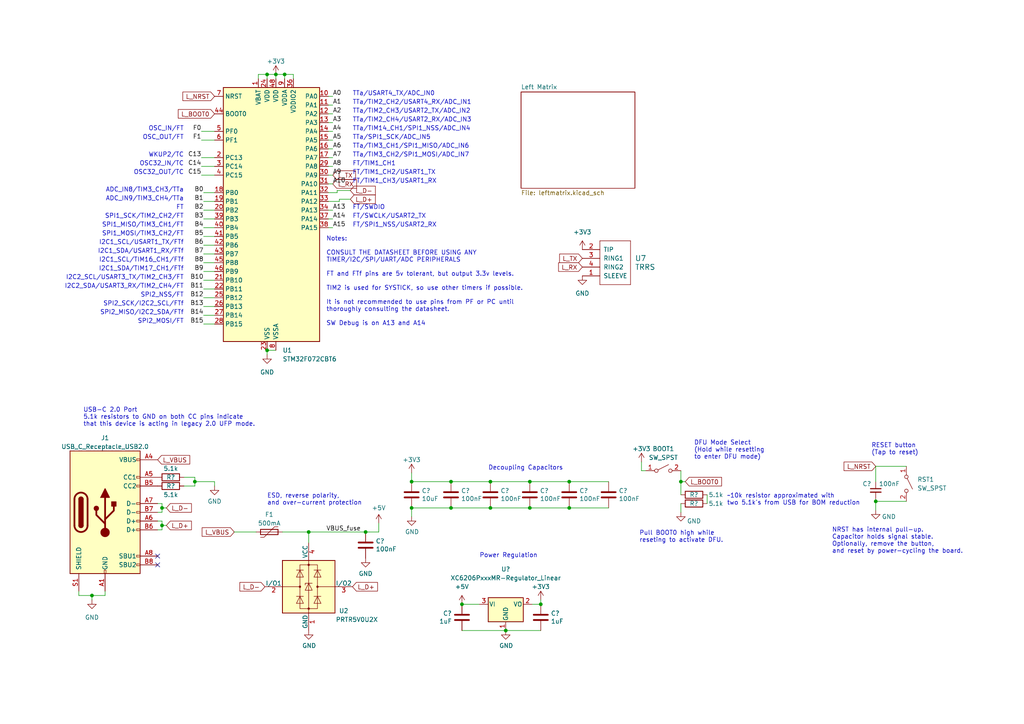
<source format=kicad_sch>
(kicad_sch (version 20230121) (generator eeschema)
  (paper "A4")
  (lib_symbols
    (symbol "+5V_1" (power) (pin_names (offset 0))
      (property "Value" "+5V_1" (at 0 3.556 0))
      (symbol "+5V_1_0_1"
        (polyline (pts (xy -0.762 1.27) (xy 0 2.54)))
        (polyline (pts (xy 0 0) (xy 0 2.54)))
        (polyline (pts (xy 0 2.54) (xy 0.762 1.27)))
      )
      (symbol "+5V_1_1_1"
        (pin power_in line (at 0 0 90) (length 0) hide (name "+5V") (number "1"))
      )
    )
    (symbol "Connector:USB_C_Receptacle_USB2.0" (pin_names (offset 1.016))
      (property "Reference" "J" (at -10.16 19.05 0))
      (property "Value" "USB_C_Receptacle_USB2.0" (at 19.05 19.05 0))
      (symbol "USB_C_Receptacle_USB2.0_0_0"
        (rectangle (start -0.254 -17.78) (end 0.254 -16.764))
        (rectangle (start 10.16 -14.986) (end 9.144 -15.494))
        (rectangle (start 10.16 -12.446) (end 9.144 -12.954))
        (rectangle (start 10.16 -4.826) (end 9.144 -5.334))
        (rectangle (start 10.16 -2.286) (end 9.144 -2.794))
        (rectangle (start 10.16 0.254) (end 9.144 -0.254))
        (rectangle (start 10.16 2.794) (end 9.144 2.286))
        (rectangle (start 10.16 7.874) (end 9.144 7.366))
        (rectangle (start 10.16 10.414) (end 9.144 9.906))
        (rectangle (start 10.16 15.494) (end 9.144 14.986))
      )
      (symbol "USB_C_Receptacle_USB2.0_0_1"
        (rectangle (start -10.16 17.78) (end 10.16 -17.78) (stroke (width 0.254)) (fill (type background)))
        (arc (start -8.89 -3.81) (mid -6.985 -5.7067) (end -5.08 -3.81) (stroke (width 0.508)))
        (arc (start -7.62 -3.81) (mid -6.985 -4.4423) (end -6.35 -3.81) (stroke (width 0.254)))
        (arc (start -7.62 -3.81) (mid -6.985 -4.4423) (end -6.35 -3.81) (stroke (width 0.254)) (fill (type outline)))
        (rectangle (start -7.62 -3.81) (end -6.35 3.81) (stroke (width 0.254)) (fill (type outline)))
        (arc (start -6.35 3.81) (mid -6.985 4.4423) (end -7.62 3.81) (stroke (width 0.254)))
        (arc (start -6.35 3.81) (mid -6.985 4.4423) (end -7.62 3.81) (stroke (width 0.254)) (fill (type outline)))
        (arc (start -5.08 3.81) (mid -6.985 5.7067) (end -8.89 3.81) (stroke (width 0.508)))
        (circle (center -2.54 1.143) (radius 0.635) (stroke (width 0.254)) (fill (type outline)))
        (circle (center 0 -5.842) (radius 1.27) (fill (type outline)))
        (polyline (pts (xy -8.89 -3.81) (xy -8.89 3.81)) (stroke (width 0.508)))
        (polyline (pts (xy -5.08 3.81) (xy -5.08 -3.81)) (stroke (width 0.508)))
        (polyline (pts (xy 0 -5.842) (xy 0 4.318)) (stroke (width 0.508)))
        (polyline (pts (xy 0 -3.302) (xy -2.54 -0.762) (xy -2.54 0.508)) (stroke (width 0.508)))
        (polyline (pts (xy 0 -2.032) (xy 2.54 0.508) (xy 2.54 1.778)) (stroke (width 0.508)))
        (polyline (pts (xy -1.27 4.318) (xy 0 6.858) (xy 1.27 4.318) (xy -1.27 4.318)) (stroke (width 0.254)) (fill (type outline)))
        (rectangle (start 1.905 1.778) (end 3.175 3.048) (stroke (width 0.254)) (fill (type outline)))
      )
      (symbol "USB_C_Receptacle_USB2.0_1_1"
        (pin passive line (at 0 -22.86 90) (length 5.08) (name "GND") (number "A1"))
        (pin passive line (at 0 -22.86 90) (length 5.08) hide (name "GND") (number "A12"))
        (pin passive line (at 15.24 15.24 180) (length 5.08) (name "VBUS") (number "A4"))
        (pin bidirectional line (at 15.24 10.16 180) (length 5.08) (name "CC1") (number "A5"))
        (pin bidirectional line (at 15.24 -2.54 180) (length 5.08) (name "D+") (number "A6"))
        (pin bidirectional line (at 15.24 2.54 180) (length 5.08) (name "D-") (number "A7"))
        (pin bidirectional line (at 15.24 -12.7 180) (length 5.08) (name "SBU1") (number "A8"))
        (pin passive line (at 15.24 15.24 180) (length 5.08) hide (name "VBUS") (number "A9"))
        (pin passive line (at 0 -22.86 90) (length 5.08) hide (name "GND") (number "B1"))
        (pin passive line (at 0 -22.86 90) (length 5.08) hide (name "GND") (number "B12"))
        (pin passive line (at 15.24 15.24 180) (length 5.08) hide (name "VBUS") (number "B4"))
        (pin bidirectional line (at 15.24 7.62 180) (length 5.08) (name "CC2") (number "B5"))
        (pin bidirectional line (at 15.24 -5.08 180) (length 5.08) (name "D+") (number "B6"))
        (pin bidirectional line (at 15.24 0 180) (length 5.08) (name "D-") (number "B7"))
        (pin bidirectional line (at 15.24 -15.24 180) (length 5.08) (name "SBU2") (number "B8"))
        (pin passive line (at 15.24 15.24 180) (length 5.08) hide (name "VBUS") (number "B9"))
        (pin passive line (at -7.62 -22.86 90) (length 5.08) (name "SHIELD") (number "S1"))
      )
    )
    (symbol "Device:C" (pin_numbers hide) (pin_names (offset 0.254))
      (property "Reference" "C" (at 0.635 2.54 0))
      (property "Value" "C" (at 0.635 -2.54 0))
      (symbol "C_0_1"
        (polyline (pts (xy -2.032 -0.762) (xy 2.032 -0.762)) (stroke (width 0.508)))
        (polyline (pts (xy -2.032 0.762) (xy 2.032 0.762)) (stroke (width 0.508)))
      )
      (symbol "C_1_1"
        (pin passive line (at 0 3.81 270) (length 2.794) (name "~") (number "1"))
        (pin passive line (at 0 -3.81 90) (length 2.794) (name "~") (number "2"))
      )
    )
    (symbol "Device:C_Small" (pin_numbers hide) (pin_names (offset 0.254) hide)
      (property "Reference" "C" (at 0.254 1.778 0))
      (property "Value" "C_Small" (at 0.254 -2.032 0))
      (symbol "C_Small_0_1"
        (polyline (pts (xy -1.524 -0.508) (xy 1.524 -0.508)) (stroke (width 0.3302)))
        (polyline (pts (xy -1.524 0.508) (xy 1.524 0.508)) (stroke (width 0.3048)))
      )
      (symbol "C_Small_1_1"
        (pin passive line (at 0 2.54 270) (length 2.032) (name "~") (number "1"))
        (pin passive line (at 0 -2.54 90) (length 2.032) (name "~") (number "2"))
      )
    )
    (symbol "Device:Polyfuse" (pin_numbers hide) (pin_names (offset 0))
      (property "Reference" "F" (at -2.54 0 90))
      (property "Value" "Polyfuse" (at 2.54 0 90))
      (symbol "Polyfuse_0_1"
        (rectangle (start -0.762 2.54) (end 0.762 -2.54) (stroke (width 0.254)))
        (polyline (pts (xy 0 2.54) (xy 0 -2.54)))
        (polyline (pts (xy -1.524 2.54) (xy -1.524 1.524) (xy 1.524 -1.524) (xy 1.524 -2.54)))
      )
      (symbol "Polyfuse_1_1"
        (pin passive line (at 0 3.81 270) (length 1.27) (name "~") (number "1"))
        (pin passive line (at 0 -3.81 90) (length 1.27) (name "~") (number "2"))
      )
    )
    (symbol "Device:R" (pin_numbers hide) (pin_names (offset 0))
      (property "Reference" "R" (at 2.032 0 90))
      (property "Value" "R" (at 0 0 90))
      (symbol "R_0_1"
        (rectangle (start -1.016 -2.54) (end 1.016 2.54) (stroke (width 0.254)))
      )
      (symbol "R_1_1"
        (pin passive line (at 0 3.81 270) (length 1.27) (name "~") (number "1"))
        (pin passive line (at 0 -3.81 90) (length 1.27) (name "~") (number "2"))
      )
    )
    (symbol "MCU_ST_STM32F0:STM32F072CBTx"
      (property "Reference" "U" (at -12.7 39.37 0))
      (property "Value" "STM32F072CBTx" (at 10.16 39.37 0))
      (symbol "STM32F072CBTx_0_1"
        (rectangle (start -12.7 -35.56) (end 15.24 38.1) (stroke (width 0.254)) (fill (type background)))
      )
      (symbol "STM32F072CBTx_1_1"
        (pin power_in line (at -2.54 40.64 270) (length 2.54) (name "VBAT") (number "1"))
        (pin bidirectional line (at 17.78 35.56 180) (length 2.54) (name "PA0") (number "10"))
        (pin bidirectional line (at 17.78 33.02 180) (length 2.54) (name "PA1") (number "11"))
        (pin bidirectional line (at 17.78 30.48 180) (length 2.54) (name "PA2") (number "12"))
        (pin bidirectional line (at 17.78 27.94 180) (length 2.54) (name "PA3") (number "13"))
        (pin bidirectional line (at 17.78 25.4 180) (length 2.54) (name "PA4") (number "14"))
        (pin bidirectional line (at 17.78 22.86 180) (length 2.54) (name "PA5") (number "15"))
        (pin bidirectional line (at 17.78 20.32 180) (length 2.54) (name "PA6") (number "16"))
        (pin bidirectional line (at 17.78 17.78 180) (length 2.54) (name "PA7") (number "17"))
        (pin bidirectional line (at -15.24 7.62 0) (length 2.54) (name "PB0") (number "18"))
        (pin bidirectional line (at -15.24 5.08 0) (length 2.54) (name "PB1") (number "19"))
        (pin bidirectional line (at -15.24 17.78 0) (length 2.54) (name "PC13") (number "2"))
        (pin bidirectional line (at -15.24 2.54 0) (length 2.54) (name "PB2") (number "20"))
        (pin bidirectional line (at -15.24 -17.78 0) (length 2.54) (name "PB10") (number "21"))
        (pin bidirectional line (at -15.24 -20.32 0) (length 2.54) (name "PB11") (number "22"))
        (pin power_in line (at 0 -38.1 90) (length 2.54) (name "VSS") (number "23"))
        (pin power_in line (at 0 40.64 270) (length 2.54) (name "VDD") (number "24"))
        (pin bidirectional line (at -15.24 -22.86 0) (length 2.54) (name "PB12") (number "25"))
        (pin bidirectional line (at -15.24 -25.4 0) (length 2.54) (name "PB13") (number "26"))
        (pin bidirectional line (at -15.24 -27.94 0) (length 2.54) (name "PB14") (number "27"))
        (pin bidirectional line (at -15.24 -30.48 0) (length 2.54) (name "PB15") (number "28"))
        (pin bidirectional line (at 17.78 15.24 180) (length 2.54) (name "PA8") (number "29"))
        (pin bidirectional line (at -15.24 15.24 0) (length 2.54) (name "PC14") (number "3"))
        (pin bidirectional line (at 17.78 12.7 180) (length 2.54) (name "PA9") (number "30"))
        (pin bidirectional line (at 17.78 10.16 180) (length 2.54) (name "PA10") (number "31"))
        (pin bidirectional line (at 17.78 7.62 180) (length 2.54) (name "PA11") (number "32"))
        (pin bidirectional line (at 17.78 5.08 180) (length 2.54) (name "PA12") (number "33"))
        (pin bidirectional line (at 17.78 2.54 180) (length 2.54) (name "PA13") (number "34"))
        (pin passive line (at 0 -38.1 90) (length 2.54) hide (name "VSS") (number "35"))
        (pin power_in line (at 7.62 40.64 270) (length 2.54) (name "VDDIO2") (number "36"))
        (pin bidirectional line (at 17.78 0 180) (length 2.54) (name "PA14") (number "37"))
        (pin bidirectional line (at 17.78 -2.54 180) (length 2.54) (name "PA15") (number "38"))
        (pin bidirectional line (at -15.24 0 0) (length 2.54) (name "PB3") (number "39"))
        (pin bidirectional line (at -15.24 12.7 0) (length 2.54) (name "PC15") (number "4"))
        (pin bidirectional line (at -15.24 -2.54 0) (length 2.54) (name "PB4") (number "40"))
        (pin bidirectional line (at -15.24 -5.08 0) (length 2.54) (name "PB5") (number "41"))
        (pin bidirectional line (at -15.24 -7.62 0) (length 2.54) (name "PB6") (number "42"))
        (pin bidirectional line (at -15.24 -10.16 0) (length 2.54) (name "PB7") (number "43"))
        (pin input line (at -15.24 30.48 0) (length 2.54) (name "BOOT0") (number "44"))
        (pin bidirectional line (at -15.24 -12.7 0) (length 2.54) (name "PB8") (number "45"))
        (pin bidirectional line (at -15.24 -15.24 0) (length 2.54) (name "PB9") (number "46"))
        (pin passive line (at 0 -38.1 90) (length 2.54) hide (name "VSS") (number "47"))
        (pin power_in line (at 2.54 40.64 270) (length 2.54) (name "VDD") (number "48"))
        (pin bidirectional line (at -15.24 25.4 0) (length 2.54) (name "PF0") (number "5"))
        (pin bidirectional line (at -15.24 22.86 0) (length 2.54) (name "PF1") (number "6"))
        (pin input line (at -15.24 35.56 0) (length 2.54) (name "NRST") (number "7"))
        (pin power_in line (at 2.54 -38.1 90) (length 2.54) (name "VSSA") (number "8"))
        (pin power_in line (at 5.08 40.64 270) (length 2.54) (name "VDDA") (number "9"))
      )
    )
    (symbol "Power_Protection:PRTR5V0U2X" (pin_names (offset 0))
      (property "Reference" "D" (at 2.794 8.636 0))
      (property "Value" "PRTR5V0U2X" (at 8.128 -9.398 0))
      (symbol "PRTR5V0U2X_0_1"
        (rectangle (start -7.62 -7.62) (end 7.62 7.62) (stroke (width 0.254)) (fill (type background)))
        (circle (center -2.54 0) (radius 0.254) (fill (type outline)))
        (rectangle (start -2.54 6.35) (end 2.54 -6.35))
        (circle (center 0 -6.35) (radius 0.254) (fill (type outline)))
        (polyline (pts (xy -2.54 0) (xy -7.62 0)))
        (polyline (pts (xy -1.524 -2.794) (xy -3.556 -2.794)))
        (polyline (pts (xy -1.524 4.826) (xy -3.556 4.826)))
        (polyline (pts (xy 0 -7.62) (xy 0 7.62)))
        (polyline (pts (xy 1.524 -2.794) (xy 3.556 -2.794)))
        (polyline (pts (xy 1.524 4.826) (xy 3.556 4.826)))
        (polyline (pts (xy 2.54 0) (xy 7.62 0)))
        (polyline (pts (xy 1.016 1.016) (xy -1.016 1.016) (xy -1.016 0.508)))
        (polyline (pts (xy -3.556 -4.826) (xy -1.524 -4.826) (xy -2.54 -2.794) (xy -3.556 -4.826)))
        (polyline (pts (xy -3.556 2.794) (xy -1.524 2.794) (xy -2.54 4.826) (xy -3.556 2.794)))
        (polyline (pts (xy -1.016 -1.016) (xy 1.016 -1.016) (xy 0 1.016) (xy -1.016 -1.016)))
        (polyline (pts (xy 3.556 -4.826) (xy 1.524 -4.826) (xy 2.54 -2.794) (xy 3.556 -4.826)))
        (polyline (pts (xy 3.556 2.794) (xy 1.524 2.794) (xy 2.54 4.826) (xy 3.556 2.794)))
        (circle (center 0 6.35) (radius 0.254) (fill (type outline)))
        (circle (center 2.54 0) (radius 0.254) (fill (type outline)))
      )
      (symbol "PRTR5V0U2X_1_1"
        (pin passive line (at 0 -12.7 90) (length 5.08) (name "GND") (number "1"))
        (pin passive line (at -12.7 0 0) (length 5.08) (name "I/O1") (number "2"))
        (pin passive line (at 12.7 0 180) (length 5.08) (name "I/O2") (number "3"))
        (pin passive line (at 0 12.7 270) (length 5.08) (name "VCC") (number "4"))
      )
    )
    (symbol "Switch:SW_SPST" (pin_names (offset 0) hide)
      (property "Reference" "SW" (at 0 3.175 0))
      (property "Value" "SW_SPST" (at 0 -2.54 0))
      (symbol "SW_SPST_0_0"
        (circle (center -2.032 0) (radius 0.508))
        (polyline (pts (xy -1.524 0.254) (xy 1.524 1.778)))
        (circle (center 2.032 0) (radius 0.508))
      )
      (symbol "SW_SPST_1_1"
        (pin passive line (at -5.08 0 0) (length 2.54) (name "A") (number "1"))
        (pin passive line (at 5.08 0 180) (length 2.54) (name "B") (number "2"))
      )
    )
    (symbol "keebio:TRRS" (pin_names (offset 1.016))
      (property "Reference" "U" (at 0 15.24 0))
      (property "Value" "TRRS" (at 0 -2.54 0))
      (symbol "TRRS_0_1"
        (rectangle (start -3.81 0) (end -3.81 12.7))
        (rectangle (start -3.81 12.7) (end 5.08 12.7))
        (rectangle (start 5.08 0) (end -3.81 0))
        (rectangle (start 5.08 12.7) (end 5.08 0))
      )
      (symbol "TRRS_1_1"
        (pin input line (at -8.89 2.54 0) (length 5.08) (name "SLEEVE") (number "1"))
        (pin input line (at -8.89 10.16 0) (length 5.08) (name "TIP") (number "2"))
        (pin input line (at -8.89 7.62 0) (length 5.08) (name "RING1") (number "3"))
        (pin input line (at -8.89 5.08 0) (length 5.08) (name "RING2") (number "4"))
      )
    )
    (symbol "kicad-keyboard-parts:XC6206PxxxMR-Regulator_Linear" (pin_names (offset 0.254))
      (property "Reference" "U" (at -3.81 3.175 0))
      (property "Value" "XC6206PxxxMR-Regulator_Linear" (at 0 3.175 0))
      (property "LCSC" "C5446" (at 0 0 0))
      (symbol "XC6206PxxxMR-Regulator_Linear_0_1"
        (rectangle (start -5.08 1.905) (end 5.08 -5.08) (stroke (width 0.254)) (fill (type background)))
      )
      (symbol "XC6206PxxxMR-Regulator_Linear_1_1"
        (pin power_in line (at 0 -7.62 90) (length 2.54) (name "GND") (number "1"))
        (pin power_out line (at 7.62 0 180) (length 2.54) (name "VO") (number "2"))
        (pin power_in line (at -7.62 0 0) (length 2.54) (name "VI") (number "3"))
      )
    )
    (symbol "power:+3V3" (power) (pin_names (offset 0))
      (property "Value" "+3V3" (at 0 3.556 0))
      (symbol "+3V3_0_1"
        (polyline (pts (xy -0.762 1.27) (xy 0 2.54)))
        (polyline (pts (xy 0 0) (xy 0 2.54)))
        (polyline (pts (xy 0 2.54) (xy 0.762 1.27)))
      )
      (symbol "+3V3_1_1"
        (pin power_in line (at 0 0 90) (length 0) hide (name "+3V3") (number "1"))
      )
    )
    (symbol "power:+5V" (power) (pin_names (offset 0))
      (property "Value" "+5V" (at 0 3.556 0))
      (symbol "+5V_0_1"
        (polyline (pts (xy -0.762 1.27) (xy 0 2.54)))
        (polyline (pts (xy 0 0) (xy 0 2.54)))
        (polyline (pts (xy 0 2.54) (xy 0.762 1.27)))
      )
      (symbol "+5V_1_1"
        (pin power_in line (at 0 0 90) (length 0) hide (name "+5V") (number "1"))
      )
    )
    (symbol "power:GND" (power) (pin_names (offset 0))
      (property "Value" "GND" (at 0 -3.81 0))
      (symbol "GND_0_1"
        (polyline (pts (xy 0 0) (xy 0 -1.27) (xy 1.27 -1.27) (xy 0 -2.54) (xy -1.27 -1.27) (xy 0 -1.27)))
      )
      (symbol "GND_1_1"
        (pin power_in line (at 0 0 270) (length 0) hide (name "GND") (number "1"))
      )
    )
  )
  (junction (at 156.845 175.26))
  (junction (at 153.67 147.32))
  (junction (at 106.045 154.305))
  (junction (at 46.99 147.32))
  (junction (at 82.55 21.59))
  (junction (at 56.515 139.7))
  (junction (at 130.81 139.7))
  (junction (at 165.1 147.32))
  (junction (at 26.67 172.72))
  (junction (at 46.99 152.4))
  (junction (at 197.485 139.7))
  (junction (at 254 145.415))
  (junction (at 80.01 21.59))
  (junction (at 119.38 147.32))
  (junction (at 77.47 101.6))
  (junction (at 165.1 139.7))
  (junction (at 142.24 147.32))
  (junction (at 77.47 21.59))
  (junction (at 133.985 175.26))
  (junction (at 153.67 139.7))
  (junction (at 142.24 139.7))
  (junction (at 130.81 147.32))
  (junction (at 146.685 182.88) (diameter 0.9144))
  (junction (at 119.38 139.7))
  (junction (at 89.535 154.305))
  (no_connect (at 45.72 161.29))
  (no_connect (at 45.72 163.83))
  (wire (pts (xy 46.99 147.32) (xy 48.26 147.32)))
  (wire (pts (xy 59.055 66.04) (xy 62.23 66.04)))
  (wire (pts (xy 82.55 21.59) (xy 80.01 21.59)))
  (wire (pts (xy 77.47 21.59) (xy 80.01 21.59)))
  (wire (pts (xy 197.485 136.525) (xy 197.485 139.7)))
  (wire (pts (xy 96.52 38.1) (xy 95.25 38.1)))
  (wire (pts (xy 96.52 63.5) (xy 95.25 63.5)))
  (wire (pts (xy 53.34 140.97) (xy 56.515 140.97)))
  (wire (pts (xy 45.72 148.59) (xy 46.99 148.59)))
  (wire (pts (xy 89.535 154.305) (xy 89.535 157.48)))
  (wire (pts (xy 26.67 173.99) (xy 26.67 172.72)))
  (wire (pts (xy 205.105 143.51) (xy 205.105 146.05)))
  (wire (pts (xy 142.24 139.7) (xy 130.81 139.7)))
  (wire (pts (xy 46.99 151.13) (xy 46.99 152.4)))
  (wire (pts (xy 45.72 151.13) (xy 46.99 151.13)))
  (wire (pts (xy 254 145.415) (xy 254 144.78)))
  (wire (pts (xy 96.52 30.48) (xy 95.25 30.48)))
  (wire (pts (xy 59.055 86.36) (xy 62.23 86.36)))
  (wire (pts (xy 130.81 139.7) (xy 119.38 139.7)))
  (wire (pts (xy 146.685 182.88) (xy 156.845 182.88)))
  (wire (pts (xy 254 145.415) (xy 262.89 145.415)))
  (wire (pts (xy 97.79 55.245) (xy 97.79 55.88)))
  (wire (pts (xy 59.055 60.96) (xy 62.23 60.96)))
  (wire (pts (xy 82.55 21.59) (xy 82.55 22.86)))
  (wire (pts (xy 96.52 40.64) (xy 95.25 40.64)))
  (wire (pts (xy 58.42 45.72) (xy 62.23 45.72)))
  (wire (pts (xy 119.38 149.86) (xy 119.38 147.32)))
  (wire (pts (xy 154.305 175.26) (xy 156.845 175.26)))
  (wire (pts (xy 187.325 136.525) (xy 186.055 136.525)))
  (wire (pts (xy 59.055 83.82) (xy 62.23 83.82)))
  (wire (pts (xy 96.52 27.94) (xy 95.25 27.94)))
  (wire (pts (xy 130.81 147.32) (xy 119.38 147.32)))
  (wire (pts (xy 77.47 101.6) (xy 80.01 101.6)))
  (wire (pts (xy 59.055 91.44) (xy 62.23 91.44)))
  (wire (pts (xy 142.24 139.7) (xy 153.67 139.7)))
  (wire (pts (xy 81.915 154.305) (xy 89.535 154.305)))
  (wire (pts (xy 146.685 182.88) (xy 133.985 182.88)))
  (wire (pts (xy 59.055 55.88) (xy 62.23 55.88)))
  (wire (pts (xy 109.855 151.765) (xy 109.855 154.305)))
  (wire (pts (xy 46.99 152.4) (xy 48.26 152.4)))
  (wire (pts (xy 77.47 21.59) (xy 77.47 22.86)))
  (wire (pts (xy 85.09 21.59) (xy 85.09 22.86)))
  (wire (pts (xy 98.425 57.785) (xy 98.425 58.42)))
  (wire (pts (xy 197.485 139.7) (xy 198.755 139.7)))
  (wire (pts (xy 53.34 138.43) (xy 56.515 138.43)))
  (wire (pts (xy 59.055 88.9) (xy 62.23 88.9)))
  (wire (pts (xy 59.055 81.28) (xy 62.23 81.28)))
  (wire (pts (xy 98.425 58.42) (xy 95.25 58.42)))
  (wire (pts (xy 106.045 154.305) (xy 109.855 154.305)))
  (wire (pts (xy 96.52 66.04) (xy 95.25 66.04)))
  (wire (pts (xy 101.6 57.785) (xy 98.425 57.785)))
  (wire (pts (xy 165.1 139.7) (xy 176.53 139.7)))
  (wire (pts (xy 96.52 50.8) (xy 95.25 50.8)))
  (wire (pts (xy 46.99 146.05) (xy 46.99 147.32)))
  (wire (pts (xy 186.055 136.525) (xy 186.055 133.985)))
  (wire (pts (xy 197.485 139.7) (xy 197.485 143.51)))
  (wire (pts (xy 56.515 140.97) (xy 56.515 139.7)))
  (wire (pts (xy 156.845 173.99) (xy 156.845 175.26)))
  (wire (pts (xy 142.24 147.32) (xy 130.81 147.32)))
  (wire (pts (xy 56.515 139.7) (xy 62.23 139.7)))
  (wire (pts (xy 46.99 153.67) (xy 46.99 152.4)))
  (wire (pts (xy 96.52 60.96) (xy 95.25 60.96)))
  (wire (pts (xy 254 135.255) (xy 254 139.7)))
  (wire (pts (xy 133.985 175.26) (xy 139.065 175.26)))
  (wire (pts (xy 46.99 147.32) (xy 46.99 148.59)))
  (wire (pts (xy 59.055 78.74) (xy 62.23 78.74)))
  (wire (pts (xy 119.38 137.16) (xy 119.38 139.7)))
  (wire (pts (xy 22.86 172.72) (xy 26.67 172.72)))
  (wire (pts (xy 59.055 68.58) (xy 62.23 68.58)))
  (wire (pts (xy 67.945 154.305) (xy 74.295 154.305)))
  (wire (pts (xy 101.6 55.245) (xy 97.79 55.245)))
  (wire (pts (xy 74.93 21.59) (xy 74.93 22.86)))
  (wire (pts (xy 96.52 35.56) (xy 95.25 35.56)))
  (wire (pts (xy 153.67 139.7) (xy 165.1 139.7)))
  (wire (pts (xy 96.52 53.34) (xy 95.25 53.34)))
  (wire (pts (xy 26.67 172.72) (xy 30.48 172.72)))
  (wire (pts (xy 96.52 48.26) (xy 95.25 48.26)))
  (wire (pts (xy 89.535 154.305) (xy 106.045 154.305)))
  (wire (pts (xy 59.055 73.66) (xy 62.23 73.66)))
  (wire (pts (xy 80.01 21.59) (xy 80.01 22.86)))
  (wire (pts (xy 74.93 21.59) (xy 77.47 21.59)))
  (wire (pts (xy 142.24 147.32) (xy 153.67 147.32)))
  (wire (pts (xy 58.42 50.8) (xy 62.23 50.8)))
  (wire (pts (xy 59.055 93.98) (xy 62.23 93.98)))
  (wire (pts (xy 254 147.955) (xy 254 145.415)))
  (wire (pts (xy 58.42 40.64) (xy 62.23 40.64)))
  (wire (pts (xy 165.1 147.32) (xy 176.53 147.32)))
  (wire (pts (xy 59.055 58.42) (xy 62.23 58.42)))
  (wire (pts (xy 58.42 48.26) (xy 62.23 48.26)))
  (wire (pts (xy 77.47 102.87) (xy 77.47 101.6)))
  (wire (pts (xy 56.515 139.7) (xy 56.515 138.43)))
  (wire (pts (xy 197.485 146.05) (xy 197.485 148.59)))
  (wire (pts (xy 96.52 33.02) (xy 95.25 33.02)))
  (wire (pts (xy 58.42 38.1) (xy 62.23 38.1)))
  (wire (pts (xy 45.72 146.05) (xy 46.99 146.05)))
  (wire (pts (xy 96.52 43.18) (xy 95.25 43.18)))
  (wire (pts (xy 254 135.255) (xy 262.89 135.255)))
  (wire (pts (xy 22.86 171.45) (xy 22.86 172.72)))
  (wire (pts (xy 59.055 71.12) (xy 62.23 71.12)))
  (wire (pts (xy 62.23 139.7) (xy 62.23 140.97)))
  (wire (pts (xy 59.055 76.2) (xy 62.23 76.2)))
  (wire (pts (xy 59.055 63.5) (xy 62.23 63.5)))
  (wire (pts (xy 30.48 172.72) (xy 30.48 171.45)))
  (wire (pts (xy 96.52 45.72) (xy 95.25 45.72)))
  (wire (pts (xy 153.67 147.32) (xy 165.1 147.32)))
  (wire (pts (xy 45.72 153.67) (xy 46.99 153.67)))
  (wire (pts (xy 82.55 21.59) (xy 85.09 21.59)))
  (wire (pts (xy 97.79 55.88) (xy 95.25 55.88)))
  (text "SPI2_NSS/FT" (at 53.34 86.36 0) (effects (font (size 1.27 1.27)) (justify right bottom)))
  (text "TTa/SPI1_SCK/ADC_IN5" (at 102.235 40.64 0) (effects (font (size 1.27 1.27)) (justify left bottom)))
  (text "RESET button\n(Tap to reset)" (at 252.73 132.08 0) (effects (font (size 1.27 1.27)) (justify left bottom)))
  (text "OSC_IN/FT" (at 53.34 38.1 0) (effects (font (size 1.27 1.27)) (justify right bottom)))
  (text "FT" (at 53.34 60.96 0) (effects (font (size 1.27 1.27)) (justify right bottom)))
  (text "I2C1_SDA/USART1_RX/FTf" (at 53.34 73.66 0) (effects (font (size 1.27 1.27)) (justify right bottom)))
  (text "ESD, reverse polarity,\nand over-current protection" (at 77.47 146.685 0) (effects (font (size 1.27 1.27)) (justify left bottom)))
  (text "TTa/TIM2_CH2/USART4_RX/ADC_IN1" (at 102.235 30.48 0) (effects (font (size 1.27 1.27)) (justify left bottom)))
  (text "ADC_IN9/TIM3_CH4/TTa" (at 53.34 58.42 0) (effects (font (size 1.27 1.27)) (justify right bottom)))
  (text "ADC_IN8/TIM3_CH3/TTa" (at 53.34 55.88 0) (effects (font (size 1.27 1.27)) (justify right bottom)))
  (text "FT/TIM1_CH1" (at 102.235 48.26 0) (effects (font (size 1.27 1.27)) (justify left bottom)))
  (text "FT/TIM1_CH3/USART1_RX" (at 102.235 53.34 0) (effects (font (size 1.27 1.27)) (justify left bottom)))
  (text "WKUP2/TC" (at 53.34 45.72 0) (effects (font (size 1.27 1.27)) (justify right bottom)))
  (text "I2C2_SCL/USART3_TX/TIM2_CH3/FT" (at 53.34 81.28 0) (effects (font (size 1.27 1.27)) (justify right bottom)))
  (text "SPI2_MISO/I2C2_SDA/FTf" (at 53.34 91.44 0) (effects (font (size 1.27 1.27)) (justify right bottom)))
  (text "SPI1_SCK/TIM2_CH2/FT" (at 53.34 63.5 0) (effects (font (size 1.27 1.27)) (justify right bottom)))
  (text "Decoupling Capacitors" (at 141.605 136.525 0) (effects (font (size 1.27 1.27)) (justify left bottom)))
  (text "Notes:\n\nCONSULT THE DATASHEET BEFORE USING ANY \nTIMER/I2C/SPI/UART/ADC PERIPHERALS\n\nFT and FTf pins are 5v tolerant, but output 3.3v levels.\n\nTIM2 is used for SYSTICK, so use other timers if possible.\n\nIt is not recommended to use pins from PF or PC until\nthoroughly consulting the datasheet.\n\nSW Debug is on A13 and A14" (at 94.615 94.615 0) (effects (font (size 1.27 1.27)) (justify left bottom)))
  (text "I2C1_SDA/TIM17_CH1/FTf" (at 53.34 78.74 0) (effects (font (size 1.27 1.27)) (justify right bottom)))
  (text "Power Regulation" (at 139.065 161.925 0) (effects (font (size 1.27 1.27)) (justify left bottom)))
  (text "NRST has internal pull-up.\nCapacitor holds signal stable.\nOptionally, remove the button,\nand reset by power-cycling the board." (at 241.3 160.655 0) (effects (font (size 1.27 1.27)) (justify left bottom)))
  (text "FT/SWCLK/USART2_TX" (at 102.235 63.5 0) (effects (font (size 1.27 1.27)) (justify left bottom)))
  (text "I2C1_SCL/USART1_TX/FTf" (at 53.34 71.12 0) (effects (font (size 1.27 1.27)) (justify right bottom)))
  (text "FT/TIM1_CH2/USART1_TX" (at 102.235 50.8 0) (effects (font (size 1.27 1.27)) (justify left bottom)))
  (text "TTa/TIM3_CH2/SPI1_MOSI/ADC_IN7" (at 102.235 45.72 0) (effects (font (size 1.27 1.27)) (justify left bottom)))
  (text "TTa/TIM2_CH4/USART2_RX/ADC_IN3" (at 102.235 35.56 0) (effects (font (size 1.27 1.27)) (justify left bottom)))
  (text "SPI2_MOSI/FT" (at 53.34 93.98 0) (effects (font (size 1.27 1.27)) (justify right bottom)))
  (text "Pull BOOT0 high while \nreseting to activate DFU." (at 185.42 157.48 0) (effects (font (size 1.27 1.27)) (justify left bottom)))
  (text "OSC32_OUT/TC" (at 53.34 50.8 0) (effects (font (size 1.27 1.27)) (justify right bottom)))
  (text "I2C1_SCL/TIM16_CH1/FTf" (at 53.34 76.2 0) (effects (font (size 1.27 1.27)) (justify right bottom)))
  (text "OSC_OUT/FT" (at 53.34 40.64 0) (effects (font (size 1.27 1.27)) (justify right bottom)))
  (text "FT/SWDIO" (at 102.235 60.96 0) (effects (font (size 1.27 1.27)) (justify left bottom)))
  (text "SPI1_MISO/TIM3_CH1/FT" (at 53.34 66.04 0) (effects (font (size 1.27 1.27)) (justify right bottom)))
  (text "TTa/TIM14_CH1/SPI1_NSS/ADC_IN4" (at 102.235 38.1 0) (effects (font (size 1.27 1.27)) (justify left bottom)))
  (text "SPI2_SCK/I2C2_SCL/FTf" (at 53.34 88.9 0) (effects (font (size 1.27 1.27)) (justify right bottom)))
  (text "TTa/USART4_TX/ADC_IN0" (at 102.235 27.94 0) (effects (font (size 1.27 1.27)) (justify left bottom)))
  (text "FT/SPI1_NSS/USART2_RX" (at 102.235 66.04 0) (effects (font (size 1.27 1.27)) (justify left bottom)))
  (text "TTa/TIM3_CH1/SPI1_MISO/ADC_IN6" (at 102.235 43.18 0) (effects (font (size 1.27 1.27)) (justify left bottom)))
  (text "OSC32_IN/TC" (at 53.34 48.26 0) (effects (font (size 1.27 1.27)) (justify right bottom)))
  (text "SPI1_MOSI/TIM3_CH2/FT" (at 53.34 68.58 0) (effects (font (size 1.27 1.27)) (justify right bottom)))
  (text "TTa/TIM2_CH3/USART2_TX/ADC_IN2" (at 102.235 33.02 0) (effects (font (size 1.27 1.27)) (justify left bottom)))
  (text "USB-C 2.0 Port\n5.1k resistors to GND on both CC pins indicate\nthat this device is acting in legacy 2.0 UFP mode." (at 24.13 123.825 0) (effects (font (size 1.27 1.27)) (justify left bottom)))
  (text "~10k resistor approximated with\ntwo 5.1k's from USB for BOM reduction" (at 210.82 146.685 0) (effects (font (size 1.27 1.27)) (justify left bottom)))
  (text "DFU Mode Select\n(Hold while resetting\nto enter DFU mode)" (at 201.295 133.35 0) (effects (font (size 1.27 1.27)) (justify left bottom)))
  (text "I2C2_SDA/USART3_RX/TIM2_CH4/FT" (at 53.34 83.82 0) (effects (font (size 1.27 1.27)) (justify right bottom)))
  (label "B8" (at 59.055 76.2 180))
  (label "F1" (at 58.42 40.64 180))
  (label "A1" (at 96.52 30.48 0))
  (label "C13" (at 58.42 45.72 180))
  (label "B7" (at 59.055 73.66 180))
  (label "B6" (at 59.055 71.12 180))
  (label "A9" (at 96.52 50.8 0))
  (label "A13" (at 96.52 60.96 0))
  (label "A10" (at 96.52 53.34 0))
  (label "A5" (at 96.52 40.64 0))
  (label "B5" (at 59.055 68.58 180))
  (label "B9" (at 59.055 78.74 180))
  (label "B14" (at 59.055 91.44 180))
  (label "A8" (at 96.52 48.26 0))
  (label "A7" (at 96.52 45.72 0))
  (label "B4" (at 59.055 66.04 180))
  (label "A3" (at 96.52 35.56 0))
  (label "B13" (at 59.055 88.9 180))
  (label "B0" (at 59.055 55.88 180))
  (label "C14" (at 58.42 48.26 180))
  (label "F0" (at 58.42 38.1 180))
  (label "A2" (at 96.52 33.02 0))
  (label "B11" (at 59.055 83.82 180))
  (label "B12" (at 59.055 86.36 180))
  (label "A15" (at 96.52 66.04 0))
  (label "VBUS_fuse" (at 94.615 154.305 0))
  (label "A14" (at 96.52 63.5 0))
  (label "B3" (at 59.055 63.5 180))
  (label "B1" (at 59.055 58.42 180))
  (label "B15" (at 59.055 93.98 180))
  (label "C15" (at 58.42 50.8 180))
  (label "A6" (at 96.52 43.18 0))
  (label "A0" (at 96.52 27.94 0))
  (label "B2" (at 59.055 60.96 180))
  (label "B10" (at 59.055 81.28 180))
  (label "A4" (at 96.52 38.1 0))
  (global_label "L_BOOT0" (shape input) (at 198.755 139.7 0) (property "Intersheetrefs" "${INTERSHEET_REFS}" (effects hide)))
  (global_label "L_NRST" (shape input) (at 62.23 27.94 180) (property "Intersheetrefs" "${INTERSHEET_REFS}" (effects hide)))
  (global_label "L_NRST" (shape input) (at 254 135.255 180) (property "Intersheetrefs" "${INTERSHEET_REFS}" (effects hide)))
  (global_label "L_VBUS" (shape input) (at 45.72 133.35 0) (property "Intersheetrefs" "${INTERSHEET_REFS}" (effects hide)))
  (global_label "L_D+" (shape input) (at 102.235 170.18 0) (property "Intersheetrefs" "${INTERSHEET_REFS}" (effects hide)))
  (global_label "L_TX" (shape input) (at 168.91 74.93 180) (property "Intersheetrefs" "${INTERSHEET_REFS}" (effects hide)))
  (global_label "L_D-" (shape input) (at 76.835 170.18 180) (property "Intersheetrefs" "${INTERSHEET_REFS}" (effects hide)))
  (global_label "L_TX" (shape input) (at 96.52 50.8 0) (property "Intersheetrefs" "${INTERSHEET_REFS}" (effects hide)))
  (global_label "L_BOOT0" (shape input) (at 62.23 33.02 180) (property "Intersheetrefs" "${INTERSHEET_REFS}" (effects hide)))
  (global_label "L_RX" (shape input) (at 168.91 77.47 180) (property "Intersheetrefs" "${INTERSHEET_REFS}" (effects hide)))
  (global_label "L_RX" (shape input) (at 96.52 53.34 0) (property "Intersheetrefs" "${INTERSHEET_REFS}" (effects hide)))
  (global_label "L_D-" (shape input) (at 101.6 55.245 0) (property "Intersheetrefs" "${INTERSHEET_REFS}" (effects hide)))
  (global_label "L_D+" (shape input) (at 48.26 152.4 0) (property "Intersheetrefs" "${INTERSHEET_REFS}" (effects hide)))
  (global_label "L_D-" (shape input) (at 48.26 147.32 0) (property "Intersheetrefs" "${INTERSHEET_REFS}" (effects hide)))
  (global_label "L_VBUS" (shape input) (at 67.945 154.305 180) (property "Intersheetrefs" "${INTERSHEET_REFS}" (effects hide)))
  (global_label "L_D+" (shape input) (at 101.6 57.785 0) (property "Intersheetrefs" "${INTERSHEET_REFS}" (effects hide)))
  (symbol (lib_id "power:+5V") (at 133.985 175.26 0) (unit 1)
    (property "Reference" "#PWR?" (effects hide))
    (property "Value" "+5V" (at 133.985 170.18 0))
    (instances (project "TKL" (path "" (reference "#PWR?") (unit 1))) (project "spruce_p3_together" (path "" (reference "#PWR013") (unit 1)) (path "" (reference "#PWR013") (unit 1))) (project "stm32_hotswap_chiffre" (path "" (reference "#PWR022") (unit 1))))
  )
  (symbol (lib_id "power:GND") (at 146.685 182.88 0) (unit 1)
    (property "Reference" "#PWR?" (effects hide))
    (property "Value" "GND" (at 146.812 187.2742 0))
    (instances (project "LeChiffre" (path "" (reference "#PWR?") (unit 1))) (project "spruce_p3_together" (path "" (reference "#PWR015") (unit 1)) (path "" (reference "#PWR015") (unit 1))) (project "stm32_hotswap_chiffre" (path "" (reference "#PWR05") (unit 1))))
  )
  (symbol (lib_id "Connector:USB_C_Receptacle_USB2.0") (at 30.48 148.59 0) (unit 1)
    (property "Reference" "J1" (at 30.48 127 0))
    (property "Value" "USB_C_Receptacle_USB2.0" (at 30.48 129.54 0))
    (property "Footprint" "Connector_USB:USB_C_Receptacle_HRO_TYPE-C-31-M-12" (effects hide))
    (property "Datasheet" "https://www.usb.org/sites/default/files/documents/usb_type-c.zip" (effects hide))
    (property "JlcRotOffset" "180" (effects hide))
    (property "JlcPosOffset" "0,1.5" (effects hide))
  )
  (symbol (lib_id "Device:C_Small") (at 254 142.24 0) (mirror y) (unit 1)
    (property "Reference" "C?" (at 252.73 140.335 0) (effects (justify left)))
    (property "Value" "100nF" (at 260.985 140.335 0) (effects (justify left)))
    (property "Footprint" "Capacitor_SMD:C_0402_1005Metric" (effects hide))
    (property "LCSC" "C307331" (effects hide))
    (instances (project "TKL" (path "" (reference "C?") (unit 1))) (project "spruce_p3_together" (path "" (reference "C1") (unit 1)) (path "" (reference "C1") (unit 1))) (project "stm32_hotswap_chiffre" (path "" (reference "C7") (unit 1))))
  )
  (symbol (lib_id "power:GND") (at 26.67 173.99 0) (unit 1)
    (property "Reference" "#PWR011" (effects hide))
    (property "Value" "GND" (at 26.67 179.07 0))
    (instances (project "spruce_p3_together" (path "" (reference "#PWR011") (unit 1)) (path "" (reference "#PWR011") (unit 1))) (project "stm32_hotswap_chiffre" (path "" (reference "#PWR08") (unit 1))))
  )
  (symbol (lib_id "power:+3V3") (at 80.01 21.59 0) (unit 1)
    (property "Reference" "#PWR01" (effects hide))
    (property "Value" "+3V3" (at 80.01 17.78 0))
  )
  (symbol (lib_id "Device:C") (at 142.24 143.51 0) (unit 1)
    (property "Reference" "C?" (at 145.161 142.3416 0) (effects (justify left)))
    (property "Value" "100nF" (at 145.161 144.653 0) (effects (justify left)))
    (property "Footprint" "Capacitor_SMD:C_0402_1005Metric" (effects hide))
    (property "LCSC" "C307331" (effects hide))
    (instances (project "LeChiffre" (path "" (reference "C?") (unit 1))) (project "spruce_p3_together" (path "" (reference "C4") (unit 1)) (path "" (reference "C4") (unit 1))) (project "stm32_hotswap_chiffre" (path "" (reference "C2") (unit 1))))
  )
  (symbol (lib_id "Switch:SW_SPST") (at 262.89 140.335 270) (unit 1)
    (property "Reference" "RST1" (at 266.065 139.065 90) (effects (justify left)))
    (property "Value" "SW_SPST" (at 266.065 141.605 90) (effects (justify left)))
    (property "Footprint" "Button_Switch_SMD:SW_SPST_TL3342" (effects hide))
  )
  (symbol (lib_id "power:GND") (at 89.535 182.88 0) (unit 1)
    (property "Reference" "#PWR?" (effects hide))
    (property "Value" "GND" (at 89.662 187.2742 0))
    (instances (project "LeChiffre" (path "" (reference "#PWR?") (unit 1))) (project "spruce_p3_together" (path "" (reference "#PWR014") (unit 1)) (path "" (reference "#PWR014") (unit 1))) (project "stm32_hotswap_chiffre" (path "" (reference "#PWR05") (unit 1))))
  )
  (symbol (lib_name "+5V_1") (lib_id "power:+5V") (at 109.855 151.765 0) (unit 1)
    (property "Reference" "#PWR09" (effects hide))
    (property "Value" "+5V" (at 109.855 147.32 0))
    (instances (project "spruce_p3_together" (path "" (reference "#PWR09") (unit 1)) (path "" (reference "#PWR09") (unit 1))) (project "stm32_hotswap_chiffre" (path "" (reference "#PWR010") (unit 1))))
  )
  (symbol (lib_id "Device:R") (at 201.295 143.51 90) (unit 1)
    (property "Reference" "R?" (at 201.295 143.51 90))
    (property "Value" "5.1k" (at 207.645 143.51 90))
    (property "Footprint" "Resistor_SMD:R_0402_1005Metric" (effects hide))
    (instances (project "LeChiffre" (path "" (reference "R?") (unit 1))) (project "spruce_p3_together" (path "" (reference "R3") (unit 1)) (path "" (reference "R3") (unit 1))) (project "stm32_hotswap_chiffre" (path "" (reference "R1") (unit 1))))
  )
  (symbol (lib_id "power:+3V3") (at 186.055 133.985 0) (mirror y) (unit 1)
    (property "Reference" "#PWR03" (effects hide))
    (property "Value" "+3V3" (at 186.055 130.175 0))
    (instances (project "spruce_p3_together" (path "" (reference "#PWR03") (unit 1)) (path "" (reference "#PWR03") (unit 1))) (project "stm32_hotswap_chiffre" (path "" (reference "#PWR09") (unit 1))))
  )
  (symbol (lib_id "Device:Polyfuse") (at 78.105 154.305 90) (unit 1)
    (property "Reference" "F1" (at 78.105 149.225 90))
    (property "Value" "500mA" (at 78.105 151.765 90))
    (property "Footprint" "Fuse:Fuse_1206_3216Metric" (effects hide))
    (property "LCSC" "C135341" (effects hide))
  )
  (symbol (lib_id "MCU_ST_STM32F0:STM32F072CBTx") (at 77.47 63.5 0) (unit 1)
    (property "Reference" "U1" (at 81.9659 101.6 0) (effects (justify left)))
    (property "Value" "STM32F072CBT6" (at 81.9659 104.14 0) (effects (justify left)))
    (property "Footprint" "Package_QFP:LQFP-48_7x7mm_P0.5mm" (effects hide))
    (property "Datasheet" "https://www.st.com/resource/en/datasheet/stm32f072cb.pdf" (effects hide))
    (property "JlcRotOffset" "90" (effects hide))
  )
  (symbol (lib_id "Device:C") (at 176.53 143.51 0) (unit 1)
    (property "Reference" "C?" (at 179.451 142.3416 0) (effects (justify left)))
    (property "Value" "100nF" (at 179.451 144.653 0) (effects (justify left)))
    (property "Footprint" "Capacitor_SMD:C_0402_1005Metric" (effects hide))
    (property "LCSC" "C307331" (effects hide))
    (instances (project "LeChiffre" (path "" (reference "C?") (unit 1))) (project "spruce_p3_together" (path "" (reference "C7") (unit 1)) (path "" (reference "C7") (unit 1))) (project "stm32_hotswap_chiffre" (path "" (reference "C4") (unit 1))))
  )
  (symbol (lib_id "power:GND") (at 77.47 102.87 0) (unit 1)
    (property "Reference" "#PWR02" (effects hide))
    (property "Value" "GND" (at 77.47 107.95 0))
    (instances (project "spruce_p3_together" (path "" (reference "#PWR02") (unit 1)) (path "" (reference "#PWR02") (unit 1))) (project "stm32_hotswap_chiffre" (path "" (reference "#PWR014") (unit 1))))
  )
  (symbol (lib_id "power:+3V3") (at 156.845 173.99 0) (unit 1)
    (property "Reference" "#PWR012" (effects hide))
    (property "Value" "+3V3" (at 156.845 170.18 0))
    (instances (project "spruce_p3_together" (path "" (reference "#PWR012") (unit 1)) (path "" (reference "#PWR012") (unit 1))) (project "stm32_hotswap_chiffre" (path "" (reference "#PWR021") (unit 1))))
  )
  (symbol (lib_id "power:GND") (at 168.91 80.01 0) (unit 1)
    (property "Reference" "#PWR025" (effects hide))
    (property "Value" "GND" (at 168.91 85.09 0))
  )
  (symbol (lib_id "Power_Protection:PRTR5V0U2X") (at 89.535 170.18 0) (unit 1)
    (property "Reference" "U2" (at 99.695 177.165 0))
    (property "Value" "PRTR5V0U2X" (at 103.505 179.705 0))
    (property "Footprint" "Package_TO_SOT_SMD:SOT-143" (effects hide))
    (property "Datasheet" "https://assets.nexperia.com/documents/data-sheet/PRTR5V0U2X.pdf" (effects hide))
    (property "LCSC" "C2827688" (effects hide))
    (property "JlcRotOffset" "90" (effects hide))
    (instances (project "spruce_p3_together" (path "" (reference "U2") (unit 1)) (path "" (reference "U2") (unit 1))) (project "stm32_hotswap_chiffre" (path "" (reference "U2") (unit 1))) (project "EC60-Rev_1_1" (path "" (reference "D1") (unit 1))))
  )
  (symbol (lib_id "Device:C") (at 106.045 158.115 0) (unit 1)
    (property "Reference" "C?" (at 108.966 156.9466 0) (effects (justify left)))
    (property "Value" "100nF" (at 108.966 159.258 0) (effects (justify left)))
    (property "Footprint" "Capacitor_SMD:C_0402_1005Metric" (effects hide))
    (property "LCSC" "C307331" (effects hide))
    (instances (project "LeChiffre" (path "" (reference "C?") (unit 1))) (project "spruce_p3_together" (path "" (reference "C8") (unit 1)) (path "" (reference "C8") (unit 1))) (project "stm32_hotswap_chiffre" (path "" (reference "C8") (unit 1))))
  )
  (symbol (lib_id "power:GND") (at 197.485 148.59 0) (unit 1)
    (property "Reference" "#PWR?" (effects hide))
    (property "Value" "GND" (at 201.295 151.13 0))
    (instances (project "TKL" (path "" (reference "#PWR?") (unit 1))) (project "spruce_p3_together" (path "" (reference "#PWR07") (unit 1)) (path "" (reference "#PWR07") (unit 1))) (project "stm32_hotswap_chiffre" (path "" (reference "#PWR011") (unit 1))))
  )
  (symbol (lib_id "power:GND") (at 106.045 161.925 0) (unit 1)
    (property "Reference" "#PWR010" (effects hide))
    (property "Value" "GND" (at 106.045 166.37 0))
    (instances (project "spruce_p3_together" (path "" (reference "#PWR010") (unit 1)) (path "" (reference "#PWR010") (unit 1))) (project "stm32_hotswap_chiffre" (path "" (reference "#PWR013") (unit 1))))
  )
  (symbol (lib_id "Switch:SW_SPST") (at 192.405 136.525 0) (unit 1)
    (property "Reference" "BOOT1" (at 192.405 130.175 0))
    (property "Value" "SW_SPST" (at 192.405 132.715 0))
    (property "Footprint" "Button_Switch_SMD:SW_SPST_TL3342" (effects hide))
  )
  (symbol (lib_id "power:GND") (at 254 147.955 0) (mirror y) (unit 1)
    (property "Reference" "#PWR?" (effects hide))
    (property "Value" "GND" (at 257.81 149.86 0))
    (instances (project "TKL" (path "" (reference "#PWR?") (unit 1))) (project "spruce_p3_together" (path "" (reference "#PWR06") (unit 1)) (path "" (reference "#PWR06") (unit 1))) (project "stm32_hotswap_chiffre" (path "" (reference "#PWR012") (unit 1))))
  )
  (symbol (lib_id "power:+3V3") (at 168.91 72.39 0) (unit 1)
    (property "Reference" "#PWR021" (effects hide))
    (property "Value" "+3V3" (at 168.91 67.31 0))
  )
  (symbol (lib_id "Device:C") (at 119.38 143.51 0) (unit 1)
    (property "Reference" "C?" (at 122.301 142.3416 0) (effects (justify left)))
    (property "Value" "10uF" (at 122.301 144.653 0) (effects (justify left)))
    (property "Footprint" "Capacitor_SMD:C_0603_1608Metric" (effects hide))
    (property "LCSC" "C307331" (effects hide))
    (instances (project "LeChiffre" (path "" (reference "C?") (unit 1))) (project "spruce_p3_together" (path "" (reference "C2") (unit 1)) (path "" (reference "C2") (unit 1))) (project "stm32_hotswap_chiffre" (path "" (reference "C1") (unit 1))))
  )
  (symbol (lib_id "Device:C") (at 165.1 143.51 0) (unit 1)
    (property "Reference" "C?" (at 168.021 142.3416 0) (effects (justify left)))
    (property "Value" "100nF" (at 168.021 144.653 0) (effects (justify left)))
    (property "Footprint" "Capacitor_SMD:C_0402_1005Metric" (effects hide))
    (property "LCSC" "C307331" (effects hide))
    (instances (project "LeChiffre" (path "" (reference "C?") (unit 1))) (project "spruce_p3_together" (path "" (reference "C6") (unit 1)) (path "" (reference "C6") (unit 1))) (project "stm32_hotswap_chiffre" (path "" (reference "C4") (unit 1))))
  )
  (symbol (lib_id "Device:R") (at 49.53 138.43 270) (unit 1)
    (property "Reference" "R?" (at 49.53 138.43 90))
    (property "Value" "5.1k" (at 49.53 135.89 90))
    (property "Footprint" "Resistor_SMD:R_0402_1005Metric" (effects hide))
    (instances (project "LeChiffre" (path "" (reference "R?") (unit 1))) (project "spruce_p3_together" (path "" (reference "R1") (unit 1)) (path "" (reference "R1") (unit 1))) (project "stm32_hotswap_chiffre" (path "" (reference "R1") (unit 1))))
  )
  (symbol (lib_id "Device:R") (at 49.53 140.97 90) (unit 1)
    (property "Reference" "R?" (at 49.53 140.97 90))
    (property "Value" "5.1k" (at 49.53 143.51 90))
    (property "Footprint" "Resistor_SMD:R_0402_1005Metric" (effects hide))
    (instances (project "LeChiffre" (path "" (reference "R?") (unit 1))) (project "spruce_p3_together" (path "" (reference "R2") (unit 1)) (path "" (reference "R2") (unit 1))) (project "stm32_hotswap_chiffre" (path "" (reference "R2") (unit 1))))
  )
  (symbol (lib_id "Device:R") (at 201.295 146.05 270) (mirror x) (unit 1)
    (property "Reference" "R?" (at 201.295 146.05 90))
    (property "Value" "5.1k" (at 207.645 146.05 90))
    (property "Footprint" "Resistor_SMD:R_0402_1005Metric" (effects hide))
    (instances (project "LeChiffre" (path "" (reference "R?") (unit 1))) (project "spruce_p3_together" (path "" (reference "R4") (unit 1)) (path "" (reference "R4") (unit 1))) (project "stm32_hotswap_chiffre" (path "" (reference "R2") (unit 1))))
  )
  (symbol (lib_id "Device:C") (at 156.845 179.07 0) (unit 1)
    (property "Reference" "C?" (at 159.766 177.9016 0) (effects (justify left)))
    (property "Value" "1uF" (at 159.766 180.213 0) (effects (justify left)))
    (property "Footprint" "Capacitor_SMD:C_0402_1005Metric" (effects hide))
    (property "LCSC" "C307331" (effects hide))
    (instances (project "LeChiffre" (path "" (reference "C?") (unit 1))) (project "spruce_p3_together" (path "" (reference "C10") (unit 1)) (path "" (reference "C10") (unit 1))) (project "stm32_hotswap_chiffre" (path "" (reference "C1") (unit 1))))
  )
  (symbol (lib_id "keebio:TRRS") (at 177.8 82.55 0) (unit 1)
    (property "Reference" "U7" (at 184.15 74.93 0) (effects (font (size 1.524 1.524)) (justify left)))
    (property "Value" "TRRS" (at 184.15 77.47 0) (effects (font (size 1.524 1.524)) (justify left)))
    (property "Footprint" "Keebio-Parts:TRRS-PJ-320A" (effects hide))
  )
  (symbol (lib_id "Device:C") (at 130.81 143.51 0) (unit 1)
    (property "Reference" "C?" (at 133.731 142.3416 0) (effects (justify left)))
    (property "Value" "100nF" (at 133.731 144.653 0) (effects (justify left)))
    (property "Footprint" "Capacitor_SMD:C_0402_1005Metric" (effects hide))
    (property "LCSC" "C307331" (effects hide))
    (instances (project "LeChiffre" (path "" (reference "C?") (unit 1))) (project "spruce_p3_together" (path "" (reference "C3") (unit 1)) (path "" (reference "C3") (unit 1))) (project "stm32_hotswap_chiffre" (path "" (reference "C1") (unit 1))))
  )
  (symbol (lib_id "Device:C") (at 133.985 179.07 0) (mirror y) (unit 1)
    (property "Reference" "C?" (at 131.064 177.9016 0) (effects (justify left)))
    (property "Value" "1uF" (at 131.064 180.213 0) (effects (justify left)))
    (property "Footprint" "Capacitor_SMD:C_0402_1005Metric" (effects hide))
    (property "LCSC" "C307331" (effects hide))
    (instances (project "LeChiffre" (path "" (reference "C?") (unit 1))) (project "spruce_p3_together" (path "" (reference "C9") (unit 1)) (path "" (reference "C9") (unit 1))) (project "stm32_hotswap_chiffre" (path "" (reference "C1") (unit 1))))
  )
  (symbol (lib_id "power:GND") (at 62.23 140.97 0) (unit 1)
    (property "Reference" "#PWR05" (effects hide))
    (property "Value" "GND" (at 62.23 145.415 0))
    (instances (project "spruce_p3_together" (path "" (reference "#PWR05") (unit 1)) (path "" (reference "#PWR05") (unit 1))) (project "stm32_hotswap_chiffre" (path "" (reference "#PWR04") (unit 1))))
  )
  (symbol (lib_id "kicad-keyboard-parts:XC6206PxxxMR-Regulator_Linear") (at 146.685 175.26 0) (unit 1)
    (property "Reference" "U?" (at 146.685 165.1 0))
    (property "Value" "XC6206PxxxMR-Regulator_Linear" (at 146.685 167.64 0))
    (property "Footprint" "Package_TO_SOT_SMD:SOT-23" (effects hide))
    (property "Datasheet" "https://www.torexsemi.com/file/xc6206/XC6206.pdf" (effects hide))
    (property "LCSC" "C5446" (effects hide))
    (instances (project "TKL" (path "" (reference "U?") (unit 1))) (project "spruce_p3_together" (path "" (reference "U3") (unit 1)) (path "" (reference "U3") (unit 1))) (project "stm32_hotswap_chiffre" (path "" (reference "U3") (unit 1))))
  )
  (symbol (lib_id "Device:C") (at 153.67 143.51 0) (unit 1)
    (property "Reference" "C?" (at 156.591 142.3416 0) (effects (justify left)))
    (property "Value" "100nF" (at 156.591 144.653 0) (effects (justify left)))
    (property "Footprint" "Capacitor_SMD:C_0402_1005Metric" (effects hide))
    (property "LCSC" "C307331" (effects hide))
    (instances (project "LeChiffre" (path "" (reference "C?") (unit 1))) (project "spruce_p3_together" (path "" (reference "C5") (unit 1)) (path "" (reference "C5") (unit 1))) (project "stm32_hotswap_chiffre" (path "" (reference "C3") (unit 1))))
  )
  (symbol (lib_id "power:GND") (at 119.38 149.86 0) (unit 1)
    (property "Reference" "#PWR?" (effects hide))
    (property "Value" "GND" (at 119.507 154.2542 0))
    (instances (project "LeChiffre" (path "" (reference "#PWR?") (unit 1))) (project "spruce_p3_together" (path "" (reference "#PWR08") (unit 1)) (path "" (reference "#PWR08") (unit 1))) (project "stm32_hotswap_chiffre" (path "" (reference "#PWR05") (unit 1))))
  )
  (symbol (lib_id "power:+3V3") (at 119.38 137.16 0) (unit 1)
    (property "Reference" "#PWR04" (effects hide))
    (property "Value" "+3V3" (at 119.38 133.35 0))
    (instances (project "spruce_p3_together" (path "" (reference "#PWR04") (unit 1)) (path "" (reference "#PWR04") (unit 1))) (project "stm32_hotswap_chiffre" (path "" (reference "#PWR03") (unit 1))))
  )
  (sheet (at 151.13 26.67) (size 33.02 27.94) (stroke (width 0.1524))
    (property "Sheetname" "Left Matrix" (at 151.13 25.9584 0) (effects (justify left bottom)))
    (property "Sheetfile" "leftmatrix.kicad_sch" (at 151.13 55.1946 0) (effects (justify left top)))
  )
)
</source>
